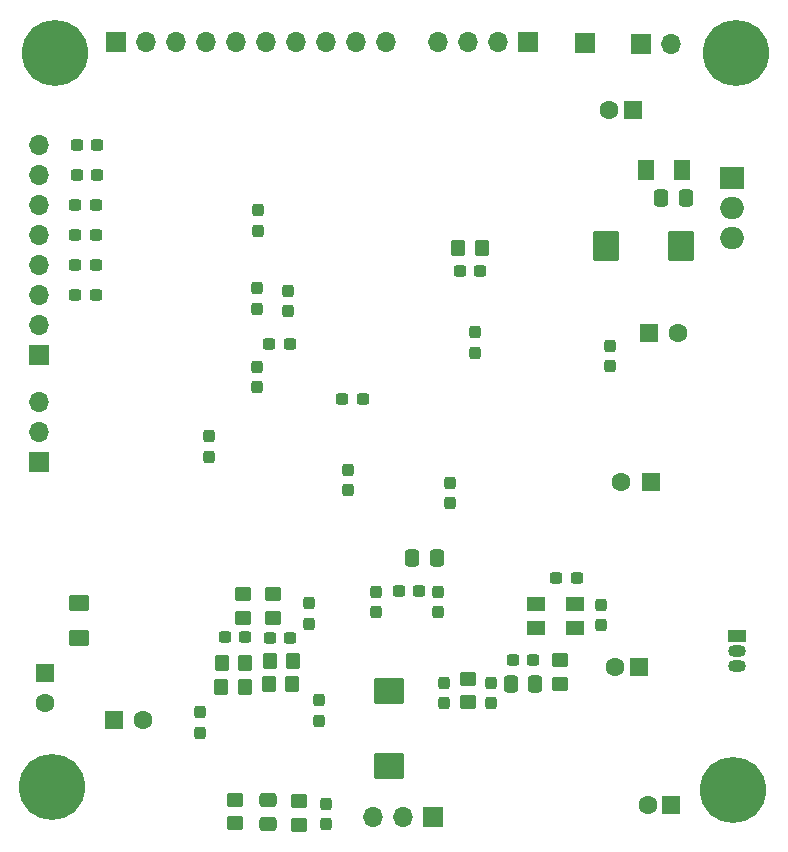
<source format=gbr>
%TF.GenerationSoftware,KiCad,Pcbnew,7.0.2*%
%TF.CreationDate,2023-11-02T12:22:51+01:00*%
%TF.ProjectId,stm_audio_board_V2,73746d5f-6175-4646-996f-5f626f617264,rev?*%
%TF.SameCoordinates,Original*%
%TF.FileFunction,Soldermask,Bot*%
%TF.FilePolarity,Negative*%
%FSLAX46Y46*%
G04 Gerber Fmt 4.6, Leading zero omitted, Abs format (unit mm)*
G04 Created by KiCad (PCBNEW 7.0.2) date 2023-11-02 12:22:51*
%MOMM*%
%LPD*%
G01*
G04 APERTURE LIST*
G04 Aperture macros list*
%AMRoundRect*
0 Rectangle with rounded corners*
0 $1 Rounding radius*
0 $2 $3 $4 $5 $6 $7 $8 $9 X,Y pos of 4 corners*
0 Add a 4 corners polygon primitive as box body*
4,1,4,$2,$3,$4,$5,$6,$7,$8,$9,$2,$3,0*
0 Add four circle primitives for the rounded corners*
1,1,$1+$1,$2,$3*
1,1,$1+$1,$4,$5*
1,1,$1+$1,$6,$7*
1,1,$1+$1,$8,$9*
0 Add four rect primitives between the rounded corners*
20,1,$1+$1,$2,$3,$4,$5,0*
20,1,$1+$1,$4,$5,$6,$7,0*
20,1,$1+$1,$6,$7,$8,$9,0*
20,1,$1+$1,$8,$9,$2,$3,0*%
G04 Aperture macros list end*
%ADD10RoundRect,0.237500X0.237500X-0.300000X0.237500X0.300000X-0.237500X0.300000X-0.237500X-0.300000X0*%
%ADD11C,5.600000*%
%ADD12R,2.000000X1.905000*%
%ADD13O,2.000000X1.905000*%
%ADD14R,1.500000X1.050000*%
%ADD15O,1.500000X1.050000*%
%ADD16R,1.700000X1.700000*%
%ADD17O,1.700000X1.700000*%
%ADD18RoundRect,0.237500X-0.237500X0.300000X-0.237500X-0.300000X0.237500X-0.300000X0.237500X0.300000X0*%
%ADD19RoundRect,0.237500X-0.300000X-0.237500X0.300000X-0.237500X0.300000X0.237500X-0.300000X0.237500X0*%
%ADD20RoundRect,0.250000X0.337500X0.475000X-0.337500X0.475000X-0.337500X-0.475000X0.337500X-0.475000X0*%
%ADD21R,1.600000X1.600000*%
%ADD22C,1.600000*%
%ADD23RoundRect,0.250000X0.350000X0.450000X-0.350000X0.450000X-0.350000X-0.450000X0.350000X-0.450000X0*%
%ADD24R,1.600000X1.300000*%
%ADD25RoundRect,0.237500X0.300000X0.237500X-0.300000X0.237500X-0.300000X-0.237500X0.300000X-0.237500X0*%
%ADD26RoundRect,0.250001X-0.462499X-0.624999X0.462499X-0.624999X0.462499X0.624999X-0.462499X0.624999X0*%
%ADD27RoundRect,0.250000X-0.450000X0.350000X-0.450000X-0.350000X0.450000X-0.350000X0.450000X0.350000X0*%
%ADD28RoundRect,0.250000X-1.025000X0.875000X-1.025000X-0.875000X1.025000X-0.875000X1.025000X0.875000X0*%
%ADD29RoundRect,0.250000X-0.350000X-0.450000X0.350000X-0.450000X0.350000X0.450000X-0.350000X0.450000X0*%
%ADD30RoundRect,0.250001X-0.624999X0.462499X-0.624999X-0.462499X0.624999X-0.462499X0.624999X0.462499X0*%
%ADD31RoundRect,0.250000X-0.337500X-0.475000X0.337500X-0.475000X0.337500X0.475000X-0.337500X0.475000X0*%
%ADD32RoundRect,0.250000X0.450000X-0.350000X0.450000X0.350000X-0.450000X0.350000X-0.450000X-0.350000X0*%
%ADD33RoundRect,0.250000X0.875000X1.025000X-0.875000X1.025000X-0.875000X-1.025000X0.875000X-1.025000X0*%
%ADD34RoundRect,0.250000X0.475000X-0.337500X0.475000X0.337500X-0.475000X0.337500X-0.475000X-0.337500X0*%
G04 APERTURE END LIST*
D10*
%TO.C,C36*%
X212393400Y-86910700D03*
X212393400Y-85185700D03*
%TD*%
D11*
%TO.C,H2*%
X245003000Y-112333000D03*
%TD*%
D12*
%TO.C,U3*%
X244877000Y-60471000D03*
D13*
X244877000Y-63011000D03*
X244877000Y-65551000D03*
%TD*%
D14*
%TO.C,U6*%
X245325000Y-99275000D03*
D15*
X245325000Y-100545000D03*
X245325000Y-101815000D03*
%TD*%
D16*
%TO.C,J4*%
X232457000Y-49069000D03*
%TD*%
%TO.C,J5*%
X192739000Y-48975000D03*
D17*
X195279000Y-48975000D03*
X197819000Y-48975000D03*
X200359000Y-48975000D03*
X202899000Y-48975000D03*
X205439000Y-48975000D03*
X207979000Y-48975000D03*
X210519000Y-48975000D03*
X213059000Y-48975000D03*
X215599000Y-48975000D03*
%TD*%
D11*
%TO.C,H4*%
X187599000Y-49887000D03*
%TD*%
%TO.C,H3*%
X245278000Y-49887000D03*
%TD*%
%TO.C,H1*%
X187324000Y-112058000D03*
%TD*%
D16*
%TO.C,J6*%
X186229000Y-84563000D03*
D17*
X186229000Y-82023000D03*
X186229000Y-79483000D03*
%TD*%
D16*
%TO.C,J7*%
X186229000Y-75455000D03*
D17*
X186229000Y-72915000D03*
X186229000Y-70375000D03*
X186229000Y-67835000D03*
X186229000Y-65295000D03*
X186229000Y-62755000D03*
X186229000Y-60215000D03*
X186229000Y-57675000D03*
%TD*%
D16*
%TO.C,J1*%
X237187000Y-49127000D03*
D17*
X239727000Y-49127000D03*
%TD*%
D16*
%TO.C,J2*%
X227633000Y-48975000D03*
D17*
X225093000Y-48975000D03*
X222553000Y-48975000D03*
X220013000Y-48975000D03*
%TD*%
D16*
%TO.C,J3*%
X219613000Y-114601000D03*
D17*
X217073000Y-114601000D03*
X214533000Y-114601000D03*
%TD*%
D18*
%TO.C,C25*%
X220543000Y-103238524D03*
X220543000Y-104963524D03*
%TD*%
D19*
%TO.C,C54*%
X189314500Y-67885000D03*
X191039500Y-67885000D03*
%TD*%
D18*
%TO.C,C7*%
X200657000Y-82378500D03*
X200657000Y-84103500D03*
%TD*%
D20*
%TO.C,C15*%
X241010500Y-62163000D03*
X238935500Y-62163000D03*
%TD*%
D21*
%TO.C,C13*%
X236498241Y-54733000D03*
D22*
X234498241Y-54733000D03*
%TD*%
D23*
%TO.C,R22*%
X203674999Y-103569000D03*
X201674999Y-103569000D03*
%TD*%
D24*
%TO.C,Y1*%
X228309000Y-96595000D03*
X231609000Y-96595000D03*
X231609000Y-98595000D03*
X228309000Y-98595000D03*
%TD*%
D25*
%TO.C,C63*%
X223603500Y-68346334D03*
X221878500Y-68346334D03*
%TD*%
D26*
%TO.C,D1*%
X237663500Y-59817000D03*
X240638500Y-59817000D03*
%TD*%
D27*
%TO.C,R15*%
X206063664Y-95711000D03*
X206063664Y-97711000D03*
%TD*%
D23*
%TO.C,R20*%
X203709665Y-101537000D03*
X201709665Y-101537000D03*
%TD*%
D21*
%TO.C,C29*%
X192583000Y-106401759D03*
D22*
X195083000Y-106401759D03*
%TD*%
D19*
%TO.C,C41*%
X201966500Y-99315004D03*
X203691500Y-99315004D03*
%TD*%
D25*
%TO.C,C9*%
X213643500Y-79177000D03*
X211918500Y-79177000D03*
%TD*%
D21*
%TO.C,C28*%
X186714241Y-102437000D03*
D22*
X186714241Y-104937000D03*
%TD*%
D19*
%TO.C,C56*%
X189314500Y-70431000D03*
X191039500Y-70431000D03*
%TD*%
D10*
%TO.C,C102*%
X234540000Y-76447500D03*
X234540000Y-74722500D03*
%TD*%
D28*
%TO.C,C26*%
X215838976Y-103913000D03*
X215838976Y-110313000D03*
%TD*%
D21*
%TO.C,C70*%
X237843000Y-73635759D03*
D22*
X240343000Y-73635759D03*
%TD*%
D27*
%TO.C,R3*%
X222541000Y-102901024D03*
X222541000Y-104901024D03*
%TD*%
D25*
%TO.C,C79*%
X218437500Y-95425000D03*
X216712500Y-95425000D03*
%TD*%
D29*
%TO.C,R19*%
X205761661Y-101409000D03*
X207761661Y-101409000D03*
%TD*%
D30*
%TO.C,D2*%
X189617000Y-96439500D03*
X189617000Y-99414500D03*
%TD*%
D10*
%TO.C,C10*%
X204781000Y-64941500D03*
X204781000Y-63216500D03*
%TD*%
%TO.C,C34*%
X220003000Y-95520500D03*
X220003000Y-97245500D03*
%TD*%
%TO.C,C61*%
X207321000Y-71753500D03*
X207321000Y-70028500D03*
%TD*%
D31*
%TO.C,C80*%
X219904500Y-92694000D03*
X217829500Y-92694000D03*
%TD*%
D25*
%TO.C,C66*%
X230030500Y-94385000D03*
X231755500Y-94385000D03*
%TD*%
D10*
%TO.C,C17*%
X224525000Y-104963524D03*
X224525000Y-103238524D03*
%TD*%
D19*
%TO.C,C62*%
X189314500Y-65339000D03*
X191039500Y-65339000D03*
%TD*%
%TO.C,C40*%
X205761163Y-99451000D03*
X207486163Y-99451000D03*
%TD*%
%TO.C,C57*%
X189432500Y-60267000D03*
X191157500Y-60267000D03*
%TD*%
D18*
%TO.C,C33*%
X209081000Y-96506500D03*
X209081000Y-98231500D03*
%TD*%
D27*
%TO.C,R16*%
X203488998Y-95711000D03*
X203488998Y-97711000D03*
%TD*%
D18*
%TO.C,C47*%
X210531999Y-113501500D03*
X210531999Y-115226500D03*
%TD*%
D19*
%TO.C,C55*%
X189426500Y-57727000D03*
X191151500Y-57727000D03*
%TD*%
D23*
%TO.C,R33*%
X223727000Y-66384334D03*
X221727000Y-66384334D03*
%TD*%
D32*
%TO.C,R23*%
X202808996Y-115127000D03*
X202808996Y-113127000D03*
%TD*%
D10*
%TO.C,C11*%
X204653000Y-78195500D03*
X204653000Y-76470500D03*
%TD*%
%TO.C,C14*%
X221013000Y-88023500D03*
X221013000Y-86298500D03*
%TD*%
D32*
%TO.C,R10*%
X230373000Y-103325000D03*
X230373000Y-101325000D03*
%TD*%
D21*
%TO.C,C76*%
X237006241Y-101881000D03*
D22*
X235006241Y-101881000D03*
%TD*%
D21*
%TO.C,C77*%
X239773000Y-113562241D03*
D22*
X237773000Y-113562241D03*
%TD*%
D20*
%TO.C,C67*%
X228259500Y-103322000D03*
X226184500Y-103322000D03*
%TD*%
D32*
%TO.C,R24*%
X208262996Y-115241000D03*
X208262996Y-113241000D03*
%TD*%
D10*
%TO.C,C44*%
X209908330Y-106429500D03*
X209908330Y-104704500D03*
%TD*%
D19*
%TO.C,C59*%
X189314500Y-62793000D03*
X191039500Y-62793000D03*
%TD*%
D18*
%TO.C,C64*%
X223163000Y-73552500D03*
X223163000Y-75277500D03*
%TD*%
D10*
%TO.C,C6*%
X204653000Y-71561500D03*
X204653000Y-69836500D03*
%TD*%
D33*
%TO.C,C4*%
X240633000Y-66257000D03*
X234233000Y-66257000D03*
%TD*%
D34*
%TO.C,C46*%
X205609004Y-115210500D03*
X205609004Y-113135500D03*
%TD*%
D19*
%TO.C,C16*%
X205738500Y-74575000D03*
X207463500Y-74575000D03*
%TD*%
D10*
%TO.C,C65*%
X233831000Y-96636500D03*
X233831000Y-98361500D03*
%TD*%
D18*
%TO.C,C45*%
X199896996Y-105748501D03*
X199896996Y-107473501D03*
%TD*%
D21*
%TO.C,C71*%
X238022241Y-86229000D03*
D22*
X235522241Y-86229000D03*
%TD*%
D10*
%TO.C,C32*%
X214771000Y-97233494D03*
X214771000Y-95508494D03*
%TD*%
D25*
%TO.C,C68*%
X228089500Y-101297000D03*
X226364500Y-101297000D03*
%TD*%
D23*
%TO.C,R21*%
X207693000Y-103377668D03*
X205693000Y-103377668D03*
%TD*%
M02*

</source>
